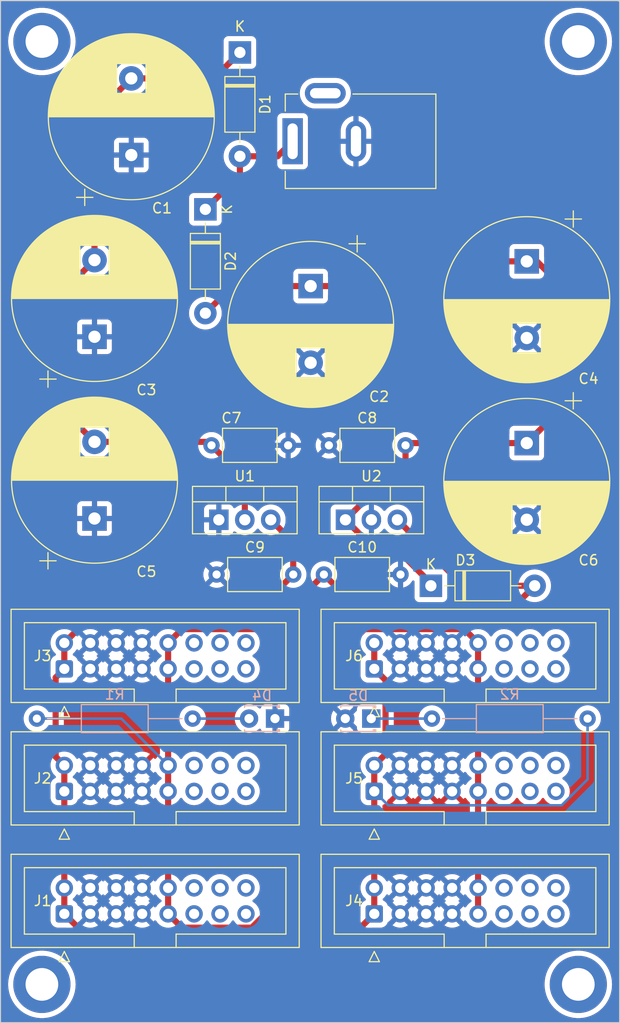
<source format=kicad_pcb>
(kicad_pcb (version 20221018) (generator pcbnew)

  (general
    (thickness 1.6)
  )

  (paper "A4")
  (layers
    (0 "F.Cu" signal)
    (31 "B.Cu" signal)
    (32 "B.Adhes" user "B.Adhesive")
    (33 "F.Adhes" user "F.Adhesive")
    (34 "B.Paste" user)
    (35 "F.Paste" user)
    (36 "B.SilkS" user "B.Silkscreen")
    (37 "F.SilkS" user "F.Silkscreen")
    (38 "B.Mask" user)
    (39 "F.Mask" user)
    (40 "Dwgs.User" user "User.Drawings")
    (41 "Cmts.User" user "User.Comments")
    (42 "Eco1.User" user "User.Eco1")
    (43 "Eco2.User" user "User.Eco2")
    (44 "Edge.Cuts" user)
    (45 "Margin" user)
    (46 "B.CrtYd" user "B.Courtyard")
    (47 "F.CrtYd" user "F.Courtyard")
    (48 "B.Fab" user)
    (49 "F.Fab" user)
    (50 "User.1" user)
    (51 "User.2" user)
    (52 "User.3" user)
    (53 "User.4" user)
    (54 "User.5" user)
    (55 "User.6" user)
    (56 "User.7" user)
    (57 "User.8" user)
    (58 "User.9" user)
  )

  (setup
    (pad_to_mask_clearance 0)
    (pcbplotparams
      (layerselection 0x00010fc_ffffffff)
      (plot_on_all_layers_selection 0x0000000_00000000)
      (disableapertmacros false)
      (usegerberextensions false)
      (usegerberattributes true)
      (usegerberadvancedattributes true)
      (creategerberjobfile true)
      (dashed_line_dash_ratio 12.000000)
      (dashed_line_gap_ratio 3.000000)
      (svgprecision 4)
      (plotframeref false)
      (viasonmask false)
      (mode 1)
      (useauxorigin false)
      (hpglpennumber 1)
      (hpglpenspeed 20)
      (hpglpendiameter 15.000000)
      (dxfpolygonmode true)
      (dxfimperialunits true)
      (dxfusepcbnewfont true)
      (psnegative false)
      (psa4output false)
      (plotreference true)
      (plotvalue true)
      (plotinvisibletext false)
      (sketchpadsonfab false)
      (subtractmaskfromsilk false)
      (outputformat 1)
      (mirror false)
      (drillshape 1)
      (scaleselection 1)
      (outputdirectory "")
    )
  )

  (net 0 "")
  (net 1 "GNDREF")
  (net 2 "Net-(D1-K)")
  (net 3 "Net-(D2-A)")
  (net 4 "Net-(J1-Pin_1)")
  (net 5 "Net-(D3-A)")
  (net 6 "Net-(D1-A)")
  (net 7 "unconnected-(J1-Pin_11-Pad11)")
  (net 8 "unconnected-(J1-Pin_12-Pad12)")
  (net 9 "unconnected-(J1-Pin_13-Pad13)")
  (net 10 "unconnected-(J1-Pin_14-Pad14)")
  (net 11 "unconnected-(J1-Pin_15-Pad15)")
  (net 12 "unconnected-(J1-Pin_16-Pad16)")
  (net 13 "unconnected-(J2-Pin_11-Pad11)")
  (net 14 "unconnected-(J2-Pin_12-Pad12)")
  (net 15 "unconnected-(J2-Pin_13-Pad13)")
  (net 16 "unconnected-(J2-Pin_14-Pad14)")
  (net 17 "unconnected-(J2-Pin_15-Pad15)")
  (net 18 "unconnected-(J2-Pin_16-Pad16)")
  (net 19 "unconnected-(J3-Pin_11-Pad11)")
  (net 20 "unconnected-(J3-Pin_12-Pad12)")
  (net 21 "unconnected-(J3-Pin_13-Pad13)")
  (net 22 "unconnected-(J3-Pin_14-Pad14)")
  (net 23 "unconnected-(J3-Pin_15-Pad15)")
  (net 24 "unconnected-(J3-Pin_16-Pad16)")
  (net 25 "unconnected-(J4-Pin_11-Pad11)")
  (net 26 "unconnected-(J4-Pin_12-Pad12)")
  (net 27 "unconnected-(J4-Pin_13-Pad13)")
  (net 28 "unconnected-(J4-Pin_14-Pad14)")
  (net 29 "unconnected-(J4-Pin_15-Pad15)")
  (net 30 "unconnected-(J4-Pin_16-Pad16)")
  (net 31 "unconnected-(J5-Pin_11-Pad11)")
  (net 32 "unconnected-(J5-Pin_12-Pad12)")
  (net 33 "unconnected-(J5-Pin_13-Pad13)")
  (net 34 "unconnected-(J5-Pin_14-Pad14)")
  (net 35 "unconnected-(J5-Pin_15-Pad15)")
  (net 36 "unconnected-(J5-Pin_16-Pad16)")
  (net 37 "unconnected-(J6-Pin_11-Pad11)")
  (net 38 "unconnected-(J6-Pin_12-Pad12)")
  (net 39 "unconnected-(J6-Pin_13-Pad13)")
  (net 40 "unconnected-(J6-Pin_14-Pad14)")
  (net 41 "unconnected-(J6-Pin_15-Pad15)")
  (net 42 "unconnected-(J6-Pin_16-Pad16)")
  (net 43 "Net-(D4-A)")
  (net 44 "Net-(D5-K)")

  (footprint "Capacitor_THT:CP_Radial_D16.0mm_P7.50mm" (layer "F.Cu") (at 25.4 48.14 90))

  (footprint "Connector_IDC:IDC-Header_2x08_P2.54mm_Vertical" (layer "F.Cu") (at 52.78 104.6 90))

  (footprint "Capacitor_THT:CP_Radial_D16.0mm_P7.50mm" (layer "F.Cu") (at 67.705 58.54 -90))

  (footprint "Connector_IDC:IDC-Header_2x08_P2.54mm_Vertical" (layer "F.Cu") (at 52.78 92.615 90))

  (footprint "Diode_THT:D_DO-41_SOD81_P10.16mm_Horizontal" (layer "F.Cu") (at 58.32 72.5))

  (footprint "Connector_BarrelJack:BarrelJack_Kycon_KLDX-0202-xC_Horizontal" (layer "F.Cu") (at 44.79 29.01 180))

  (footprint "MountingHole:MountingHole_3.2mm_M3_DIN965_Pad" (layer "F.Cu") (at 72.75 19.25))

  (footprint "Connector_IDC:IDC-Header_2x08_P2.54mm_Vertical" (layer "F.Cu") (at 22.445 104.6 90))

  (footprint "Capacitor_THT:CP_Radial_D16.0mm_P7.50mm" (layer "F.Cu") (at 29 30.36 90))

  (footprint "Package_TO_SOT_THT:TO-220-3_Vertical" (layer "F.Cu") (at 37.57 66.045))

  (footprint "Connector_IDC:IDC-Header_2x08_P2.54mm_Vertical" (layer "F.Cu") (at 52.78 80.63 90))

  (footprint "Capacitor_THT:C_Axial_L5.1mm_D3.1mm_P7.50mm_Horizontal" (layer "F.Cu")
    (tstamp 53e0a872-75d3-456f-b0e7-6590d0235c91)
    (at 37.35 71.4)
    (descr "C, Axial series, Axial, Horizontal, pin pitch=7.5mm, , length*diameter=5.1*3.1mm^2, http://www.vishay.com/docs/45231/arseries.pdf")
    (tags "C Axial series Axial Horizontal pin pitch 7.5mm  length 5.1mm diameter 3.1mm")
    (property "Sheetfile" "Synth Mages Power Word Stun.kicad_sch")
    (property "Sheetname" "")
    (property "ki_description" "Unpolarized capacitor, small symbol")
    (property "ki_keywords" "capacitor cap")
    (path "/55054e72-1964-4953-9a6a-9cf274f9627b")
    (attr through_hole)
    (fp_text reference "C9" (at 3.75 -2.67) (layer "F.SilkS")
        (effects (font (size 1 1) (thickness 0.15)))
      (tstamp 7315c840-efe5-445e-be35-28a59e7d8c21)
    )
    (fp_text value "1μF" (at 3.75 0.7) (layer "F.Fab")
        (effects (font (size 1 1) (thickness 0.15)))
      (tstamp b20fc745-00a2-4c8b-85f6-d6be34536959)
    )
    (fp_text user "${REFERENCE}" (at 3.75 -0.5) (layer "F.Fab")
        (effects (font (size 1 1) (thickness 0.15)))
      (tstamp 82bdbcc4-ecbe-4721-a261-51dd64e71d1b)
    )
    (fp_line (start 1.04 0) (end 1.08 0)
      (stroke (width 0.12) (type solid)) (layer "F.SilkS") (tstamp d16d94b6-3a2a-4e03-97a3-2ee68a4037a4))
    (fp_line (start 1.08 -1.67) (end 1.08 1.67)
      (stroke (width 0.12) (type solid)) (layer "F.SilkS") (tstamp 8e299245-bc08-4135-a0f4-dd9667e6a028))
    (fp_line (start 1.08 1.67) (end 6.42 1.67)
      (stroke (width 0.12) (type solid)) (layer "F.SilkS") (tstamp b3115079-c5b0-4097-9b85-0df3adfebb76))
    (fp_line (start 6.42 -1.67) (end 1.08 -1.67)
      (stroke (width 0.12) (type solid)) (layer "F.SilkS") (tstamp 8f97cf3a-0117-4e93-b23c-fd101c6337b2))
    (f
... [791086 chars truncated]
</source>
